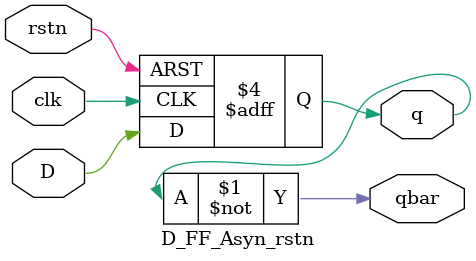
<source format=v>
module D_FF_Asyn_rstn (D,rstn,clk,q,qbar);
 input  D,rstn,clk;
 output reg q;
 output qbar;
 //combinational part
 assign qbar = ~q ;
 //Sequential part
 always @(posedge clk or negedge rstn) begin
    if(~rstn)
        q<=0;
    else 
        q<=D;
    
 end
endmodule
</source>
